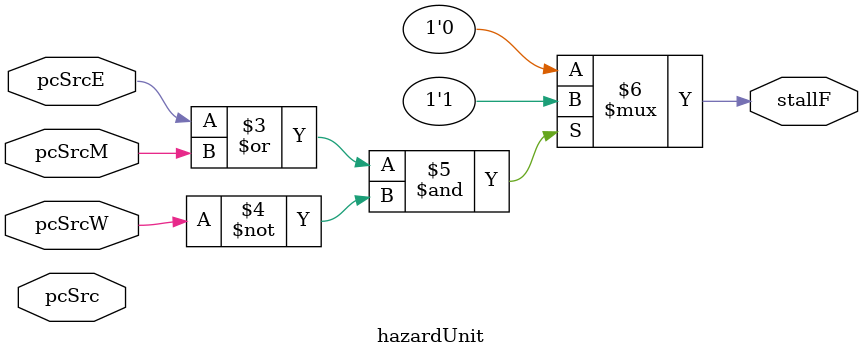
<source format=sv>
module hazardUnit(input logic pcSrc, pcSrcE, pcSrcM, pcSrcW, 
						output logic stallF); //, stallD, stallE, stallM );

						

						//(pcSrc == 1'b1) |
assign stallF = (( (pcSrcE == 1'b1) | (pcSrcM == 1'b1)) & (pcSrcW != 1'b1)) ? 1'b1 : 1'b0;
			


endmodule
  
</source>
